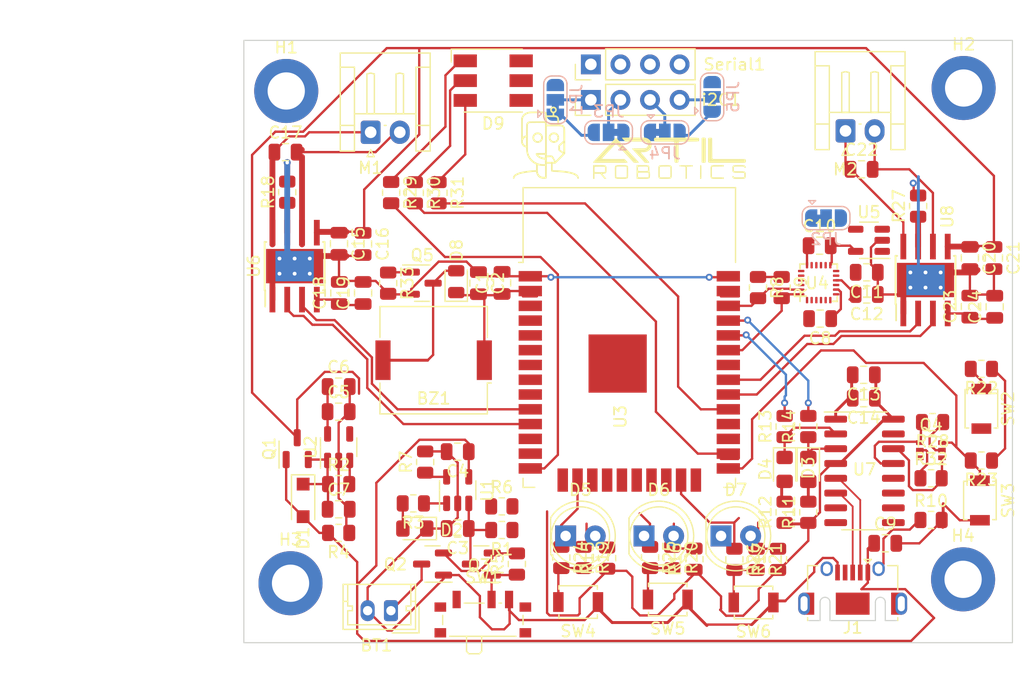
<source format=kicad_pcb>
(kicad_pcb (version 20211014) (generator pcbnew)
  (layers (0 "F.Cu" signal "Top") (31 "B.Cu" signal "Bottom") (34 "B.Paste" user) (35 "F.Paste" user) (36 "B.SilkS" user "B.Silkscreen") (37 "F.SilkS" user "F.Silkscreen") (38 "B.Mask" user) (39 "F.Mask" user) (44 "Edge.Cuts" user))
  (net 0 "")
  (net 1 "+9V")
  (net 2 "GND")
  (net 3 "+3V3")
  (net 4 "Net-(BZ1-Pad2)")
  (net 5 "+BATT")
  (net 6 "VBUS")
  (net 8 "Net-(C12-Pad2)")
  (net 9 "+3V8")
  (net 10 "/A01")
  (net 11 "/A02")
  (net 12 "/B01")
  (net 13 "/B02")
  (net 14 "Net-(D2-Pad2)")
  (net 15 "Net-(D3-Pad1)")
  (net 16 "Net-(D3-Pad2)")
  (net 17 "Net-(D4-Pad1)")
  (net 18 "Net-(D4-Pad2)")
  (net 19 "/IO1")
  (net 20 "Net-(D5-Pad2)")
  (net 21 "/IO2")
  (net 22 "Net-(D6-Pad2)")
  (net 23 "/IO3")
  (net 24 "Net-(D7-Pad2)")
  (net 25 "Net-(D9-Pad1)")
  (net 26 "Net-(D9-Pad2)")
  (net 27 "Net-(D9-Pad3)")
  (net 28 "/D+")
  (net 29 "/D-")
  (net 30 "Net-(JP1-Pad2)")
  (net 31 "Net-(Q2-Pad2)")
  (net 32 "Net-(Q3-Pad1)")
  (net 33 "RTS")
  (net 34 "Net-(Q4-Pad2)")
  (net 35 "Boot")
  (net 36 "DTR")
  (net 37 "Net-(Q4-Pad5)")
  (net 38 "EN")
  (net 39 "/Buzzer")
  (net 40 "/BM")
  (net 41 "Net-(R2-Pad2)")
  (net 42 "Net-(R3-Pad1)")
  (net 43 "Net-(R7-Pad1)")
  (net 44 "/SCL")
  (net 45 "/SDA")
  (net 46 "TXD")
  (net 47 "RXD")
  (net 48 "/Reset")
  (net 49 "/R_led")
  (net 50 "/G_led")
  (net 51 "/B_led")
  (net 74 "Net-(R18-Pad1)")
  (net 75 "Net-(R27-Pad1)")
  (net 76 "/PWM_IN2A")
  (net 77 "/PWM_IN1B")
  (net 78 "/PWM_IN2B")
  (net 79 "/PWM_IN1A")
  (net 87 "TX2")
  (net 88 "RX2")
  (net 92 "+5V")
  (net 93 "Net-(C7-Pad1)")
  (net 94 "Net-(C8-Pad1)")
  (net 95 "Net-(JP3-Pad2)")
  (net 96 "Net-(JP4-Pad2)")
  (net 97 "Net-(JP5-Pad2)")
  (net 98 "Net-(JP2-Pad2)")
  (net 100 "Net-(R21-Pad2)")
  (net 101 "Net-(R20-Pad2)")
  (net 102 "Net-(R19-Pad2)")
  (net 103 "Net-(J1-Pad6)")
  (footprint "Button_Switch_SMD:SW_SPST_B3U-1000P" (layer "F.Cu") (at 101.1455 148.5535 180)
    (fp_text reference "SW4")
    (fp_text value "A")
  )
  (footprint "Sensor_Motion:InvenSense_QFN-24_3x3mm_P0.4mm" (layer "F.Cu") (at 121.793 121.11548 90)
    (fp_text reference "U4")
    (fp_text value "MPU-9250")
  )
  (footprint "LED_SMD:LED_0805_2012Metric_Pad1.15x1.40mm_HandSolder" (layer "F.Cu") (at 87.122 142.24 180)
    (fp_text reference "D2")
    (fp_text value "Done")
  )
  (footprint "Connector_JST:JST_EH_S2B-EH_1x02_P2.50mm_Horizontal" (layer "F.Cu") (at 124.099 108.077)
    (fp_text reference "M2")
    (fp_text value "Right")
  )
  (footprint "Package_SO:SOIC-16_3.9x9.9mm_P1.27mm" (layer "F.Cu") (at 125.73 137.287)
    (fp_text reference "U7")
    (fp_text value "CH340C")
  )
  (footprint "Capacitor_SMD:C_0805_2012Metric" (layer "F.Cu") (at 80.584 132.2015)
    (fp_text reference "C5")
    (fp_text value "1uF")
  )
  (footprint "Resistor_SMD:R_0805_2012Metric" (layer "F.Cu") (at 109.2245 144.7275 -90)
    (fp_text reference "R20")
    (fp_text value "1K")
  )
  (footprint "LED_SMD:LED_0805_2012Metric_Pad1.15x1.40mm_HandSolder" (layer "F.Cu") (at 118.872 137.16 -90)
    (fp_text reference "D4")
    (fp_text value "LED")
  )
  (footprint "Resistor_SMD:R_0805_2012Metric" (layer "F.Cu") (at 80.584 138.4245)
    (fp_text reference "R2")
    (fp_text value "10K")
  )
  (footprint "Capacitor_SMD:C_0805_2012Metric" (layer "F.Cu") (at 80.584 130.0425)
    (fp_text reference "C6")
    (fp_text value "10uF")
  )
  (footprint "Capacitor_SMD:C_0805_2012Metric" (layer "F.Cu") (at 82.677 117.79 -90)
    (fp_text reference "C16")
    (fp_text value "47uF")
  )
  (footprint "Capacitor_SMD:C_0805_2012Metric" (layer "F.Cu") (at 121.87748 117.94048)
    (fp_text reference "C10")
    (fp_text value "0.1uF")
  )
  (footprint "Capacitor_SMD:C_0805_2012Metric" (layer "F.Cu") (at 134.777 118.9915 -90)
    (fp_text reference "C20")
    (fp_text value "0.1uF")
  )
  (footprint "Resistor_SMD:R_0805_2012Metric" (layer "F.Cu") (at 80.584 142.6155 180)
    (fp_text reference "R4")
    (fp_text value "100K")
  )
  (footprint "Capacitor_SMD:C_0805_2012Metric" (layer "F.Cu") (at 80.645 122.0025 90)
    (fp_text reference "C18")
    (fp_text value "0.1uF")
  )
  (footprint "MountingHole:MountingHole_3.2mm_M3_ISO14580_Pad_TopBottom" (layer "F.Cu") (at 134.192944 146.604056)
    (fp_text reference "H4")
    (fp_text value "MountingHole")
  )
  (footprint "Button_Switch_SMD:SW_SPDT_PCM12" (layer "F.Cu") (at 92.964 149.766)
    (fp_text reference "SW1")
    (fp_text value "SW_SPDT")
  )
  (footprint "Resistor_SMD:R_0805_2012Metric" (layer "F.Cu") (at 89.154 113.395 -90)
    (fp_text reference "R31")
    (fp_text value "1K")
  )
  (footprint "Package_TO_SOT_SMD:SOT-23" (layer "F.Cu") (at 77.028 135.3765 90)
    (fp_text reference "Q1")
    (fp_text value "DMG2301L")
  )
  (footprint "Capacitor_SMD:C_0805_2012Metric" (layer "F.Cu") (at 125.91998 120.22648 180)
    (fp_text reference "C11")
    (fp_text value "2.2nF")
  )
  (footprint "Capacitor_SMD:C_0805_2012Metric" (layer "F.Cu") (at 125.665 131.039283 180)
    (fp_text reference "C14")
    (fp_text value "10nF")
  )
  (footprint "Resistor_SMD:R_0805_2012Metric" (layer "F.Cu") (at 87.122 113.395 -90)
    (fp_text reference "R30")
    (fp_text value "1K")
  )
  (footprint "Capacitor_SMD:C_0805_2012Metric" (layer "F.Cu") (at 125.665 129.032 180)
    (fp_text reference "C13")
    (fp_text value "10uF")
  )
  (footprint "Package_SO:Texas_HTSOP-8-1EP_3.9x4.9mm_P1.27mm_EP2.95x4.9mm_Mask2.4x3.1mm_ThermalVias" (layer "F.Cu") (at 76.805 119.695 90)
    (fp_text reference "U6")
    (fp_text value "DRV8870DDA")
  )
  (footprint "Resistor_SMD:R_0805_2012Metric" (layer "F.Cu") (at 85.09 113.379 -90)
    (fp_text reference "R29")
    (fp_text value "1K")
  )
  (footprint "Resistor_SMD:R_0805_2012Metric" (layer "F.Cu") (at 116.586 121.539 -90)
    (fp_text reference "R8")
    (fp_text value "1K")
  )
  (footprint "Resistor_SMD:R_0805_2012Metric" (layer "F.Cu") (at 118.872 133.477 90)
    (fp_text reference "R13")
    (fp_text value "100")
  )
  (footprint "Resistor_SMD:R_0805_2012Metric" (layer "F.Cu") (at 120.904 133.477 90)
    (fp_text reference "R14")
    (fp_text value "100")
  )
  (footprint "MountingHole:MountingHole_3.2mm_M3_ISO14580_Pad_TopBottom" (layer "F.Cu") (at 76.086 104.648)
    (fp_text reference "H1")
    (fp_text value "MountingHole")
  )
  (footprint "Resistor_SMD:R_0805_2012Metric" (layer "F.Cu") (at 116.4635 144.8865 -90)
    (fp_text reference "R21")
    (fp_text value "1.5K")
  )
  (footprint "Resistor_SMD:R_0805_2012Metric" (layer "F.Cu") (at 135.763 128.524 180)
    (fp_text reference "R22")
    (fp_text value "10K")
  )
  (footprint "Capacitor_SMD:C_0805_2012Metric" (layer "F.Cu") (at 125.476 111.379)
    (fp_text reference "C22")
    (fp_text value "3.3nF")
  )
  (footprint "MountingHole:MountingHole_3.2mm_M3_ISO14580_Pad_TopBottom" (layer "F.Cu") (at 76.454 146.939)
    (fp_text reference "H3")
    (fp_text value "MountingHole")
  )
  (footprint "Capacitor_SMD:C_0805_2012Metric" (layer "F.Cu") (at 80.615 117.775 -90)
    (fp_text reference "C15")
    (fp_text value "0.1uF")
  )
  (footprint "Resistor_SMD:R_0805_2012Metric" (layer "F.Cu") (at 135.763 136.398 180)
    (fp_text reference "R23")
    (fp_text value "10K")
  )
  (footprint "Connector_Molex:Molex_Micro-Latch_53253-0270_1x02_P2.00mm_Vertical" (layer "F.Cu") (at 85.074 149.296 180)
    (fp_text reference "BT1")
    (fp_text value "2S")
  )
  (footprint "LED_THT:LED_D5.0mm" (layer "F.Cu") (at 106.802 142.875)
    (fp_text reference "D6")
    (fp_text value "Amarillo")
  )
  (footprint "Resistor_SMD:R_0805_2012Metric" (layer "F.Cu") (at 118.305 144.8865 90)
    (fp_text reference "R17")
    (fp_text value "2.21K")
  )
  (footprint "LED_SMD:LED_0805_2012Metric_Pad1.15x1.40mm_HandSolder" (layer "F.Cu") (at 120.904 137.16 -90)
    (fp_text reference "D3")
    (fp_text value "LED")
  )
  (footprint "Resistor_SMD:R_0805_2012Metric" (layer "F.Cu") (at 131.445 141.502717)
    (fp_text reference "R10")
    (fp_text value "0")
  )
  (footprint "Connector_PinHeader_2.54mm:PinHeader_1x04_P2.54mm_Vertical" (layer "F.Cu") (at 102.235 105.41 90)
    (fp_text reference "i2C1")
    (fp_text value "5V GND SCL SDA")
  )
  (footprint "LED_SMD:LED_RGB_5050-6" (layer "F.Cu") (at 93.853 103.759)
    (fp_text reference "D9")
    (fp_text value "LED_RGBK")
  )
  (footprint "MountingHole:MountingHole_3.2mm_M3_ISO14580_Pad_TopBottom" (layer "F.Cu") (at 134.239 104.394)
    (fp_text reference "H2")
    (fp_text value "MountingHole")
  )
  (footprint "LED_THT:LED_D5.0mm" (layer "F.Cu") (at 100.071 142.875)
    (fp_text reference "D5")
    (fp_text value "Verde")
  )
  (footprint "Connector_JST:JST_EH_S2B-EH_1x02_P2.50mm_Horizontal" (layer "F.Cu") (at 83.332 108.1965)
    (fp_text reference "M1")
    (fp_text value "Left")
  )
  (footprint "Package_TO_SOT_SMD:SOT-23" (layer "F.Cu") (at 87.757 121.158)
    (fp_text reference "Q5")
    (fp_text value "DMG3406L")
  )
  (footprint "Resistor_SMD:R_0805_2012Metric" (layer "F.Cu") (at 99.6995 144.7275 -90)
    (fp_text reference "R24")
    (fp_text value "3K")
  )
  (footprint "Capacitor_SMD:C_0805_2012Metric" (layer "F.Cu") (at 80.584 140.5835)
    (fp_text reference "C7")
    (fp_text value "10uF")
  )
  (footprint "LOGO" (layer "F.Cu") (at 105.537 109.093)
    (fp_text reference "G***" hide)
    (fp_text value "LOGO" hide)
  )
  (footprint "Resistor_SMD:R_0805_2012Metric" (layer "F.Cu") (at 118.618 121.539 -90)
    (fp_text reference "R9")
    (fp_text value "1K")
  )
  (footprint "Capacitor_SMD:C_0805_2012Metric" (layer "F.Cu") (at 121.92 124.206 180)
    (fp_text reference "C8")
    (fp_text value "10uF")
  )
  (footprint "Capacitor_SMD:C_0805_2012Metric" (layer "F.Cu") (at 90.805 142.24 180)
    (fp_text reference "C3")
    (fp_text value "10uF")
  )
  (footprint "Resistor_SMD:R_0805_2012Metric" (layer "F.Cu") (at 84.836 121.158 -90)
    (fp_text reference "R33")
    (fp_text value "100K")
  )
  (footprint "Resistor_SMD:R_0805_2012Metric" (layer "F.Cu") (at 120.904 140.843 90)
    (fp_text reference "R11")
    (fp_text value "1K")
  )
  (footprint "Capacitor_SMD:C_0805_2012Metric" (layer "F.Cu") (at 94.615 121.1365 90)
    (fp_text reference "C1")
    (fp_text value "10uF")
  )
  (footprint "Resistor_SMD:R_0805_2012Metric" (layer "F.Cu") (at 114.5585 144.8865 -90)
    (fp_text reference "R26")
    (fp_text value "3K")
  )
  (footprint "Resistor_SMD:R_0805_2012Metric" (layer "F.Cu") (at 86.995 140.081 180)
    (fp_text reference "R3")
    (fp_text value "1K")
  )
  (footprint "Resistor_SMD:R_0805_2012Metric" (layer "F.Cu") (at 107.3195 144.7275 -90)
    (fp_text reference "R25")
    (fp_text value "3K")
  )
  (footprint "Connector_PinHeader_2.54mm:PinHeader_1x04_P2.54mm_Vertical" (layer "F.Cu") (at 102.235 102.362 90)
    (fp_text reference "Serial1")
    (fp_text value "5V RX TX GND")
  )
  (footprint "Capacitor_SMD:C_0805_2012Metric" (layer "F.Cu") (at 136.906 123.19 90)
    (fp_text reference "C24")
    (fp_text value "10uF")
  )
  (footprint "Resistor_SMD:R_0805_2012Metric" (layer "F.Cu") (at 103.632 144.78 90)
    (fp_text reference "R15")
    (fp_text value "1.5K")
  )
  (footprint "Diode_SMD:D_SOD-123F" (layer "F.Cu") (at 77.536 139.8215 -90)
    (fp_text reference "D1")
    (fp_text value "MBR1020VL")
  )
  (footprint "Resistor_SMD:R_0805_2012Metric" (layer "F.Cu") (at 131.445 137.922)
    (fp_text reference "R32")
    (fp_text value "1K")
  )
  (footprint "Capacitor_SMD:C_0805_2012Metric" (layer "F.Cu") (at 82.682 122.0025 90)
    (fp_text reference "C19")
    (fp_text value "10uF")
  )
  (footprint "Resistor_SMD:R_0805_2012Metric" (layer "F.Cu") (at 111.1295 144.8705 90)
    (fp_text reference "R16")
    (fp_text value "1.5K")
  )
  (footprint "Resistor_SMD:R_0805_2012Metric" (layer "F.Cu") (at 94.5915 142.367 180)
    (fp_text reference "R1")
    (fp_text value "2M")
  )
  (footprint "Resistor_SMD:R_0805_2012Metric" (layer "F.Cu") (at 118.872 140.843 90)
    (fp_text reference "R12")
    (fp_text value "1K")
  )
  (footprint "Capacitor_SMD:C_0805_2012Metric" (layer "F.Cu") (at 127.508 143.51)
    (fp_text reference "C9")
    (fp_text value "10uF")
  )
  (footprint "Capacitor_SMD:C_0805_2012Metric" (layer "F.Cu") (at 76.023 109.901)
    (fp_text reference "C17")
    (fp_text value "3.3nF")
  )
  (footprint "Package_TO_SOT_SMD:SOT-23" (layer "F.Cu") (at 88.646 145.288 180)
    (fp_text reference "Q2")
    (fp_text value "DMG2301L")
  )
  (footprint "RF_Module:ESP32-WROOM-32" (layer "F.Cu") (at 105.537 128.821)
    (fp_text reference "U3")
    (fp_text value "ESP32-WROOM-32")
  )
  (footprint "Resistor_SMD:R_0805_2012Metric" (layer "F.Cu") (at 130.332 114.539 90)
    (fp_text reference "R27")
    (fp_text value "0.2")
  )
  (footprint "Capacitor_SMD:C_0805_2012Metric" (layer "F.Cu") (at 136.839 118.999 -90)
    (fp_text reference "C21")
    (fp_text value "47uF")
  )
  (footprint "Resistor_SMD:R_0805_2012Metric" (layer "F.Cu") (at 101.6045 144.7275 -90)
    (fp_text reference "R19")
    (fp_text value "1K")
  )
  (footprint "Resistor_SMD:R_0805_2012Metric" (layer "F.Cu") (at 95.885 145.288 90)
    (fp_text reference "R5")
    (fp_text value "100K")
  )
  (footprint "Diode_SMD:D_0805_2012Metric" (layer "F.Cu") (at 90.678 121.031 90)
    (fp_text reference "D8")
    (fp_text value "1N4151")
  )
  (footprint "LED_THT:LED_D5.0mm" (layer "F.Cu") (at 113.411 142.875)
    (fp_text reference "D7")
    (fp_text value "Rojo")
  )
  (footprint "Capacitor_SMD:C_0805_2012Metric" (layer "F.Cu") (at 125.91998 122.13148 180)
    (fp_text reference "C12")
    (fp_text value "0.1uF")
  )
  (footprint "Package_TO_SOT_SMD:SOT-23-5" (layer "F.Cu") (at 80.584 135.2495 90)
    (fp_text reference "U2")
    (fp_text value "AP2112K-3.3")
  )
  (footprint "Button_Switch_SMD:SW_SPST_B3U-1000P" (layer "F.Cu") (at 135.636 139.827 90)
    (fp_text reference "SW3")
    (fp_text value "Boot")
  )
  (footprint "Button_Switch_SMD:SW_SPST_B3U-1000P" (layer "F.Cu") (at 108.839 148.336 180)
    (fp_text reference "SW5")
    (fp_text value "B")
  )
  (footprint "Capacitor_SMD:C_0805_2012Metric" (layer "F.Cu") (at 90.805 135.636 180)
    (fp_text reference "C4")
    (fp_text value "10uF")
  )
  (footprint "Package_TO_SOT_SMD:SOT-23-5" (layer "F.Cu") (at 90.805 138.938 90)
    (fp_text reference "U1")
    (fp_text value "MCP73831-3-OT")
  )
  (footprint "Package_TO_SOT_SMD:SOT-23" (layer "F.Cu") (at 92.837 145.288 180)
    (fp_text reference "Q3")
    (fp_text value "DMG2301L")
  )
  (footprint "Button_Switch_SMD:SW_SPST_B3U-1000P" (layer "F.Cu") (at 135.763 131.953 90)
    (fp_text reference "SW2")
    (fp_text value "Reset")
  )
  (footprint "Resistor_SMD:R_0805_2012Metric" (layer "F.Cu") (at 94.5915 140.335)
    (fp_text reference "R6")
    (fp_text value "1M")
  )
  (footprint "Button_Switch_SMD:SW_SPST_B3U-1000P" (layer "F.Cu") (at 116.205 148.59 180)
    (fp_text reference "SW6")
    (fp_text value "C")
  )
  (footprint "Package_SO:Texas_HTSOP-8-1EP_3.9x4.9mm_P1.27mm_EP2.95x4.9mm_Mask2.4x3.1mm_ThermalVias" (layer "F.Cu") (at 130.967 120.889 90)
    (fp_text reference "U8")
    (fp_text value "DRV8870DDA")
  )
  (footprint "Buzzer_Beeper:Buzzer_Murata_PKMCS0909E" (layer "F.Cu") (at 88.741 127.778 180)
    (fp_text reference "BZ1")
    (fp_text value "Buzzer")
  )
  (footprint "Connector_USB:USB_Micro-AB_Molex_47590-0001" (layer "F.Cu") (at 124.714 148.695)
    (fp_text reference "J1")
    (fp_text value "USB_B_Micro")
    (fp_line (start 1.95 -0.125) (end 1.95 1.45) (layer "Edge.Cuts") (width 0.1))
    (fp_line (start 2.8 1.45) (end 3.75 1.45) (layer "Edge.Cuts") (width 0.1))
    (fp_line (start -1.95 1.45) (end 1.95 1.45) (layer "Edge.Cuts") (width 0.1))
    (fp_line (start -2.8 -0.125) (end -2.8 1.45) (layer "Edge.Cuts") (width 0.1))
    (fp_line (start 2.8 -0.125) (end 2.8 1.45) (layer "Edge.Cuts") (width 0.1))
    (fp_line (start -3.75 1.45) (end -2.8 1.45) (layer "Edge.Cuts") (width 0.1))
    (fp_line (start -1.95 -0.125) (end -1.95 1.45) (layer "Edge.Cuts") (width 0.1))
    (fp_arc (start -2.8 -0.125) (mid -2.375 -0.55) (end -1.95 -0.125) (layer "Edge.Cuts") (width 0.1))
    (fp_arc (start 1.95 -0.125) (mid 2.375 -0.55) (end 2.8 -0.125) (layer "Edge.Cuts") (width 0.1))
  )
  (footprint "Resistor_SMD:R_0805_2012Metric" (layer "F.Cu") (at 88.011 136.525 90)
    (fp_text reference "R7")
    (fp_text value "2K")
  )
  (footprint "Resistor_SMD:R_0805_2012Metric" (layer "F.Cu") (at 131.572 133.096 180)
    (fp_text reference "R28")
    (fp_text value "1K")
  )
  (footprint "Resistor_SMD:R_0805_2012Metric" (layer "F.Cu") (at 76.17 113.345 90)
    (fp_text reference "R18")
    (fp_text value "0.2")
  )
  (footprint "Capacitor_SMD:C_0805_2012Metric" (layer "F.Cu") (at 134.777 123.175 90)
    (fp_text reference "C23")
    (fp_text value "0.1uF")
  )
  (footprint "Package_TO_SOT_SMD:SOT-23-5" (layer "F.Cu") (at 126.111 117.475 180)
    (fp_text reference "U5")
    (fp_text value "LP2985-3.3")
  )
  (footprint "Capacitor_SMD:C_0805_2012Metric" (layer "F.Cu") (at 92.583 121.158 -90)
    (fp_text reference "C2")
    (fp_text value "0.1uF")
  )
  (footprint "Package_TO_SOT_SMD:SOT-363_SC-70-6" (layer "F.Cu") (at 131.429 135.509 180)
    (fp_text reference "Q4")
    (fp_text value "MBT3904DW1")
  )
  (footprint "Jumper:SolderJumper-3_P1.3mm_Bridged12_RoundedPad1.0x1.5mm" (layer "B.Cu") (at 112.649 105.156 90)
    (fp_text reference "JP5")
    (fp_text value "I2C Ad")
  )
  (footprint "Jumper:SolderJumper-3_P1.3mm_Bridged12_RoundedPad1.0x1.5mm" (layer "B.Cu") (at 108.585 108.204)
    (fp_text reference "JP4")
    (fp_text value "I2C Ad")
  )
  (footprint "Jumper:SolderJumper-3_P1.3mm_Bridged12_RoundedPad1.0x1.5mm" (layer "B.Cu") (at 103.759 108.204 180)
    (fp_text reference "JP3")
    (fp_text value "I2C Ad")
  )
  (footprint "Jumper:SolderJumper-3_P1.3mm_Bridged12_RoundedPad1.0x1.5mm" (layer "B.Cu") (at 122.428 115.57)
    (fp_text reference "JP2")
    (fp_text value "I2C Ad")
  )
  (footprint "Jumper:SolderJumper-3_P1.3mm_Bridged12_RoundedPad1.0x1.5mm" (layer "B.Cu") (at 99.187 105.41 90)
    (fp_text reference "JP1")
    (fp_text value "I2C Ad")
  )
  (gr_rect (start 72.446 100.302) (end 138.43 152.047) (layer "Edge.Cuts") (width 0.1) (fill none))
  (segment (start 87.7085 145.288) (end 87.7085 146.6615) (width 0.2) (layer "F.Cu") (net 1))
  (segment (start 87.7085 146.6615) (end 85.074 149.296) (width 0.2) (layer "F.Cu") (net 1))
  (segment (start 89.5835 146.238) (end 89.5835 146.563638) (width 0.2) (layer "F.Cu") (net 2))
  (segment (start 123.255 132.842) (end 123.255 132.1825) (width 0.25) (layer "F.Cu") (net 2))
  (segment (start 110.5925 148.9675) (end 112.1945 150.5695) (width 0.25) (layer "F.Cu") (net 2))
  (segment (start 102.8455 148.5535) (end 102.8455 149.0945) (width 0.25) (layer "F.Cu") (net 2))
  (segment (start 96.057515 150.102522) (end 95.214 149.259007) (width 0.2) (layer "F.Cu") (net 2))
  (segment (start 95.263521 150.427174) (end 95.263521 148.385521) (width 0.2) (layer "F.Cu") (net 2))
  (segment (start 81.2425 142.3615) (end 81.4965 142.6155) (width 0.2) (layer "F.Cu") (net 2))
  (segment (start 116.0535 150.4905) (end 118.0855 148.4585) (width 0.25) (layer "F.Cu") (net 2))
  (segment (start 129.062 123.764) (end 129.062 122.144) (width 0.5) (layer "F.Cu") (net 2))
  (segment (start 81.534 140.5835) (end 81.2425 140.875) (width 0.2) (layer "F.Cu") (net 2))
  (segment (start 88.011 135.6125) (end 89.8315 135.6125) (width 0.2) (layer "F.Cu") (net 2))
  (segment (start 88.147 142.24) (end 83.074 147.313) (width 0.2) (layer "F.Cu") (net 2))
  (segment (start 93.745521 150.895521) (end 94.795174 150.895521) (width 0.2) (layer "F.Cu") (net 2))
  (segment (start 81.25 118.8275) (end 78.3225 118.8275) (width 0.5) (layer "F.Cu") (net 2))
  (segment (start 132.4825 140.105717) (end 132.4825 142.100217) (width 0.25) (layer "F.Cu") (net 2))
  (segment (start 83.754 120.965) (end 84.836 122.047) (width 0.2) (layer "F.Cu") (net 2))
  (segment (start 92.815506 120.566) (end 97.037 120.566) (width 0.2) (layer "F.Cu") (net 2))
  (segment (start 101.696478 150.102522) (end 96.057515 150.102522) (width 0.2) (layer "F.Cu") (net 2))
  (segment (start 123.414 145.145) (end 123.414 146.02) (width 0.2) (layer "F.Cu") (net 2))
  (segment (start 136.839 120.0365) (end 136.839 122.0855) (width 0.2) (layer "F.Cu") (net 2))
  (segment (start 126.28648 119.55548) (end 126.95748 120.22648) (width 0.2) (layer "F.Cu") (net 2))
  (segment (start 74.9 120.95) (end 74.9 122.57) (width 0.5) (layer "F.Cu") (net 2))
  (segment (start 95.263521 148.385521) (end 95.214 148.336) (width 0.2) (layer "F.Cu") (net 2))
  (segment (start 132.4825 142.100217) (end 132.445 142.137717) (width 0.25) (layer "F.Cu") (net 2))
  (segment (start 121.412 145.972) (end 121.412 145.505953) (width 0.2) (layer "F.Cu") (net 2))
  (segment (start 78.3225 118.8275) (end 78.105 119.045) (width 0.5) (layer "F.Cu") (net 2))
  (segment (start 81.2425 140.875) (end 81.2425 142.3615) (width 0.2) (layer "F.Cu") (net 2))
  (segment (start 88.147 142.24) (end 89.855 142.24) (width 0.2) (layer "F.Cu") (net 2))
  (segment (start 80.584 139.6335) (end 81.534 140.5835) (width 0.2) (layer "F.Cu") (net 2))
  (segment (start 84.881 122.124) (end 84.677 121.92) (width 0.2) (layer "F.Cu") (net 2))
  (segment (start 112.2735 150.4905) (end 112.1945 150.5695) (width 0.2) (layer "F.Cu") (net 2))
  (segment (start 129.951 112.603684) (end 129.912658 112.565342) (width 0.2) (layer "F.Cu") (net 2))
  (segment (start 92.71 148.036711) (end 92.71 149.86) (width 0.2) (layer "F.Cu") (net 2))
  (segment (start 82.682 120.965) (end 80.65 120.965) (width 0.2) (layer "F.Cu") (net 2))
  (segment (start 102.8455 148.5535) (end 102.8455 148.9535) (width 0.2) (layer "F.Cu") (net 2))
  (segment (start 80.584 133.1515) (end 80.584 136.387) (width 0.2) (layer "F.Cu") (net 2))
  (segment (start 97.037 120.566) (end 98.722 120.566) (width 0.2) (layer "F.Cu") (net 2))
  (segment (start 133.903783 141.527) (end 135.636 141.527) (width 0.2) (layer "F.Cu") (net 2))
  (segment (start 92.71 149.86) (end 93.745521 150.895521) (width 0.2) (layer "F.Cu") (net 2))
  (segment (start 90.911289 146.238) (end 92.71 148.036711) (width 0.2) (layer "F.Cu") (net 2))
  (segment (start 136.839 122.0855) (end 136.906 122.1525) (width 0.2) (layer "F.Cu") (net 2))
  (segment (start 120.793 117.98746) (end 120.793 119.61548) (width 0.2) (layer "F.Cu") (net 2))
  (segment (start 123.03948 144.77048) (end 123.414 145.145) (width 0.2) (layer "F.Cu") (net 2))
  (segment (start 132.267 120.239) (end 135.222 120.239) (width 0.5) (layer "F.Cu") (net 2))
  (segment (start 124.6275 130.81) (end 124.6275 128.778) (width 0.25) (layer "F.Cu") (net 2))
  (segment (start 110.5925 148.5535) (end 110.5925 148.9675) (width 0.25) (layer "F.Cu") (net 2))
  (segment (start 122.147473 144.77048) (end 123.03948 144.77048) (width 0.2) (layer "F.Cu") (net 2))
  (segment (start 136.891 122.1375) (end 136.906 122.1525) (width 0.2) (layer "F.Cu") (net 2))
  (segment (start 132.267 121.539) (end 132.712477 121.539) (width 0.2) (layer "F.Cu") (net 2))
  (segment (start 113.953 120.65) (end 114.037 120.566) (width 0.2) (layer "F.Cu") (net 2))
  (segment (start 86.8195 122.108) (end 86.8195 121.659783) (width 0.2) (layer "F.Cu") (net 2))
  (segment (start 89.5835 146.563638) (end 85.144138 151.003) (width 0.2) (layer "F.Cu") (net 2))
  (segment (start 90.805 140.0755) (end 90.805 141.29) (width 0.2) (layer "F.Cu") (net 2))
  (segment (start 128.5455 143.51) (end 130.437717 143.51) (width 0.2) (layer "F.Cu") (net 2))
  (segment (start 121.412 145.505953) (end 122.147473 144.77048) (width 0.2) (layer "F.Cu") (net 2))
  (segment (start 86.7875 122.124) (end 84.881 122.124) (width 0.2) (layer "F.Cu") (net 2))
  (segment (start 84.781 151.003) (end 83.074 149.296) (width 0.2) (layer "F.Cu") (net 2))
  (segment (start 80.615 118.8125) (end 82.759 118.8125) (width 0.2) (layer "F.Cu") (net 2))
  (segment (start 116.0535 150.4905) (end 112.2735 150.4905) (width 0.2) (layer "F.Cu") (net 2))
  (segment (start 120.83998 117.94048) (end 120.793 117.98746) (width 0.2) (layer "F.Cu") (net 2))
  (segment (start 108.8305 150.3155) (end 110.5925 148.5535) (width 0.25) (layer "F.Cu") (net 2))
  (segment (start 94.795174 150.895521) (end 95.263521 150.427174) (width 0.2) (layer "F.Cu") (net 2))
  (segment (start 80.615 118.8125) (end 80.615 120.93) (width 0.2) (layer "F.Cu") (net 2))
  (segment (start 126.900283 117.475) (end 126.28648 118.088803) (width 0.2) (layer "F.Cu") (net 2))
  (segment (start 81.2525 118.825) (end 81.25 118.8275) (width 0.25) (layer "F.Cu") (net 2))
  (segment (start 89.855 135.636) (end 90.805 136.586) (width 0.2) (layer "F.Cu") (net 2))
  (segment (start 81.534 130.0425) (end 81.534 132.2015) (width 0.2) (layer "F.Cu") (net 2))
  (segment (start 132.4825 140.105717) (end 133.903783 141.527) (width 0.2) (layer "F.Cu") (net 2))
  (segment (start 82.682 120.965) (end 83.754 120.965) (width 0.2) (layer "F.Cu") (net 2))
  (segment (start 81.534 132.2015) (end 80.584 133.1515) (width 0.2) (layer "F.Cu") (net 2))
  (segment (start 89.5835 146.238) (end 90.911289 146.238) (width 0.2) (layer "F.Cu") (net 2))
  (segment (start 83.074 147.313) (end 83.074 149.296) (width 0.2) (layer "F.Cu") (net 2))
  (segment (start 127.2485 117.475) (end 126.900283 117.475) (width 0.2) (layer "F.Cu") (net 2))
  (segment (start 80.584 136.387) (end 80.584 139.6335) (width 0.2) (layer "F.Cu") (net 2))
  (segment (start 129.07452 122.13148) (end 129.667 121.539) (width 0.2) (layer "F.Cu") (net 2))
  (segment (start 120.62348 117.97798) (end 120.58598 117.94048) (width 0.2) (layer "F.Cu") (net 2))
  (segment (start 95.214 149.259007) (end 95.214 148.336) (width 0.2) (layer "F.Cu") (net 2))
  (segment (start 89.172803 119.30648) (end 91.555986 119.30648) (width 0.2) (layer "F.Cu") (net 2))
  (segment (start 112.395 120.65) (end 113.953 120.65) (width 0.2) (layer "F.Cu") (net 2))
  (segment (start 102.8455 148.9535) (end 101.696478 150.102522) (width 0.2) (layer "F.Cu") (net 2))
  (segment (start 98.722 120.566) (end 98.806 120.65) (width 0.2) (layer "F.Cu") (net 2))
  (segment (start 90.805 136.586) (end 90.805 140.0755) (width 0.2) (layer "F.Cu") (net 2))
  (segment (start 91.555986 119.30648) (end 92.815506 120.566) (width 0.2) (layer "F.Cu") (net 2))
  (segment (start 126.86998 122.13148) (end 129.07452 122.13148) (width 0.2) (layer "F.Cu") (net 2))
  (segment (start 90.805 141.29) (end 89.855 142.24) (width 0.2) (layer "F.Cu") (net 2))
  (segment (start 130.437717 143.51) (end 132.445 141.502717) (width 0.2) (layer "F.Cu") (net 2))
  (segment (start 135.222 120.239) (end 135.432 120.029) (width 0.5) (layer "F.Cu") (net 2))
  (segment (start 129.951 113.539) (end 129.951 112.603684) (width 0.2) (layer "F.Cu") (net 2))
  (segment (start 126.28648 118.088803) (end 126.28648 119.55548) (width 0.2) (layer "F.Cu") (net 2))
  (segment (start 86.8195 121.659783) (end 89.172803 119.30648) (width 0.2) (layer "F.Cu") (net 2))
  (segment (start 126.86998 120.22648) (end 126.86998 122.13148) (width 0.2) (layer "F.Cu") (net 2))
  (segment (start 134.777 120.029) (end 134.777 122.1375) (width 0.2) (layer "F.Cu") (net 2))
  (segment (start 76.17 112.345) (end 76.17 110.805) (width 0.5) (layer "F.Cu") (net 2))
  (segment (start 118.9255 148.4585) (end 118.0855 148.4585) (width 0.25) (layer "F.Cu") (net 2))
  (segment (start 89.8315 135.6125) (end 89.855 135.636) (width 0.2) (layer "F.Cu") (net 2))
  (segment (start 102.8455 149.0945) (end 104.0665 150.3155) (width 0.25) (layer "F.Cu") (net 2))
  (segment (start 118.9255 148.4585) (end 121.412 145.972) (width 0.2) (layer "F.Cu") (net 2))
  (segment (start 134.777 122.1375) (end 136.891 122.1375) (width 0.2) (layer "F.Cu") (net 2))
  (segment (start 104.0665 150.3155) (end 108.8305 150.3155) (width 0.25) (layer "F.Cu") (net 2))
  (segment (start 85.144138 151.003) (end 84.781 151.003) (width 0.2) (layer "F.Cu") (net 2))
  (segment (start 75.505 120.345) (end 74.9 120.95) (width 0.5) (layer "F.Cu") (net 2))
  (segment (start 80.615 120.93) (end 80.65 120.965) (width 0.2) (layer "F.Cu") (net 2))
  (segment (start 123.255 132.1825) (end 124.6275 130.81) (width 0.25) (layer "F.Cu") (net 2))
  (segment (start 129.062 122.144) (end 129.667 121.539) (width 0.5) (layer "F.Cu") (net 2))
  (via (at 98.806 120.65) (size 0.6) (drill 0.3) (layers "F.Cu" "B.Cu") (net 2))
  (via (at 129.912658 112.565342) (size 0.6) (drill 0.3) (layers "F.Cu" "B.Cu") (net 2))
  (via (at 76.17 110.805) (size 0.6) (drill 0.3) (layers "F.Cu" "B.Cu") (net 2))
  (via (at 112.395 120.65) (size 0.6) (drill 0.3) (layers "F.Cu" "B.Cu") (net 2))
  (segment (start 130.967 120.239) (end 130.352 119.624) (width 0.25) (layer "B.Cu") (net 2))
  (segment (start 76.17 118.41) (end 76.805 119.045) (width 0.5) (layer "B.Cu") (net 2))
  (segment (start 130.352 119.624) (end 130.352 112.0065) (width 0.25) (layer "B.Cu") (net 2))
  (segment (start 98.806 120.65) (end 112.395 120.65) (width 0.2) (layer "B.Cu") (net 2))
  (segment (start 76.17 110.805) (end 76.17 118.41) (width 0.5) (layer "B.Cu") (net 2))
  (segment (start 96.402 122.294) (end 97.602 122.294) (width 0.2) (layer "F.Cu") (net 3))
  (segment (start 136.763 128.524) (end 137.795 129.556) (width 0.2) (layer "F.Cu") (net 3))
  (segment (start 105.2875 145.8705) (end 105.7955 146.3785) (width 0.2) (layer "F.Cu") (net 3))
  (segment (start 122.914283 136.652) (end 121.90352 137.662763) (width 0.2) (layer "F.Cu") (net 3))
  (segment (start 118.305 145.8865) (end 120.904 143.2875) (width 0.2) (layer "F.Cu") (net 3))
  (segment (start 136.6755 128.524) (end 136.763 128.524) (width 0.2) (layer "F.Cu") (net 3))
  (segment (start 90.905 122.1955) (end 90.678 121.9685) (width 0.2) (layer "F.Cu") (net 3))
  (segment (start 122.91498 117.94048) (end 124.48898 117.94048) (width 0.2) (layer "F.Cu") (net 3))
  (segment (start 98.4785 149.485522) (end 98.695989 149.703011) (width 0.2) (layer "F.Cu") (net 3))
  (segment (start 116.6395 148.403522) (end 116.6395 147.4425) (width 0.2) (layer "F.Cu") (net 3))
  (segment (start 113.411 149.147) (end 113.3375 149.2205) (width 0.2) (layer "F.Cu") (net 3))
  (segment (start 124.48898 117.94048) (end 124.9735 118.425) (width 0.2) (layer "F.Cu") (net 3))
  (segment (start 79.634 130.0425) (end 79.634 132.2015) (width 0.2) (layer "F.Cu") (net 3))
  (segment (start 113.3375 149.2205) (end 113.8455 149.7285) (width 0.2) (layer "F.Cu") (net 3))
  (segment (start 120.904 141.843) (end 118.618 141.843) (width 0.25) (layer "F.Cu") (net 3))
  (segment (start 113.8455 149.7285) (end 115.314522 149.7285) (width 0.2) (layer "F.Cu") (net 3))
  (segment (start 93.091 128.032) (end 93.091 122.220362) (width 0.2) (layer "F.Cu") (net 3))
  (segment (start 120.904 143.2875) (end 120.904 141.843) (width 0.2) (layer "F.Cu") (net 3))
  (segment (start 128.205 132.842) (end 127.441072 132.842) (width 0.25) (layer "F.Cu") (net 3))
  (segment (start 107.980989 149.703011) (end 109.4005 148.2835) (width 0.2) (layer "F.Cu") (net 3))
  (segment (start 92.583 122.1955) (end 90.905 122.1955) (width 0.2) (layer "F.Cu") (net 3))
  (segment (start 105.7955 149.055522) (end 106.442989 149.703011) (width 0.2) (layer "F.Cu") (net 3))
  (segment (start 113.411 148.0645) (end 113.411 149.147) (width 0.2) (layer "F.Cu") (net 3))
  (segment (start 94.5935 122.1955) (end 92.583 122.1955) (width 0.2) (layer "F.Cu") (net 3))
  (segment (start 94.953 121.836) (end 94.615 122.174) (width 0.2) (layer "F.Cu") (net 3))
  (segment (start 109.4005 147.846478) (end 111.4325 145.814478) (width 0.2) (layer "F.Cu") (net 3))
  (segment (start 111.1295 145.783) (end 113.411 148.0645) (width 0.2) (layer "F.Cu") (net 3))
  (segment (start 101.2725 149.5535) (end 101.2725 148.227478) (width 0.2) (layer "F.Cu") (net 3))
  (segment (start 106.442989 149.703011) (end 107.980989 149.703011) (width 0.2) (layer "F.Cu") (net 3))
  (segment (start 121.90352 140.84348) (end 120.904 141.843) (width 0.2) (layer "F.Cu") (net 3))
  (segment (start 101.122989 149.703011) (end 101.2725 149.5535) (width 0.2) (layer "F.Cu") (net 3))
  (segment (start 109.4005 148.2835) (end 109.4005 147.846478) (width 0.2) (layer "F.Cu") (net 3))
  (segment (start 123.631072 136.652) (end 123.255 136.652) (width 0.25) (layer "F.Cu") (net 3))
  (segment (start 101.2725 148.227478) (end 103.9395 145.560478) (width 0.2) (layer "F.Cu") (net 3))
  (segment (start 98.695989 149.703011) (end 101.122989 149.703011) (width 0.2) (layer "F.Cu") (net 3))
  (segment (start 126.7025 130.81) (end 126.7025 131.3395) (width 0.25) (layer "F.Cu") (net 3))
  (segment (start 103.6365 145.8705) (end 105.2875 145.8705) (width 0.2) (layer "F.Cu") (net 3))
  (segment (start 136.763 136.398) (end 137.795 135.366) (width 0.2) (layer "F.Cu") (net 3))
  (segment (start 121.90352 137.662763) (end 121.90352 140.84348) (width 0.2) (layer "F.Cu") (net 3))
  (segment (start 98.4785 140.769362) (end 98.4785 149.485522) (width 0.2) (layer "F.Cu") (net 3))
  (segment (start 115.314522 149.7285) (end 116.6395 148.403522) (width 0.2) (layer "F.Cu") (net 3))
  (segment (start 105.7955 146.3785) (end 105.7955 149.055522) (width 0.2) (layer "F.Cu") (net 3))
  (segment (start 94.615 122.174) (end 94.5935 122.1955) (width 0.2) (layer "F.Cu") (net 3))
  (segment (start 126.7025 128.778) (end 126.7025 130.81) (width 0.25) (layer "F.Cu") (net 3))
  (segment (start 97.037 121.836) (end 94.953 121.836) (width 0.2) (layer "F.Cu") (net 3))
  (segment (start 79.634 132.2015) (end 79.634 134.112) (width 0.2) (layer "F.Cu") (net 3))
  (segment (start 123.255 136.652) (end 122.914283 136.652) (width 0.2) (layer "F.Cu") (net 3))
  (segment (start 122.62348 117.97798) (end 122.66098 117.94048) (width 0.2) (layer "F.Cu") (net 3))
  (segment (start 116.6395 147.4425) (end 118.608 145.474) (width 0.2) (layer "F.Cu") (net 3))
  (segment (start 126.7025 131.3395) (end 128.205 132.842) (width 0.25) (layer "F.Cu") (net 3))
  (segment (start 127.441072 132.842) (end 123.631072 136.652) (width 0.25) (layer "F.Cu") (net 3))
  (segment (start 122.91498 117.94048) (end 122.91498 119.4935) (width 0.2) (layer "F.Cu") (net 3))
  (segment (start 122.91498 119.4935) (end 122.793 119.61548) (width 0.2) (layer "F.Cu") (net 3))
  (segment (start 137.795 135.366) (end 137.795 129.556) (width 0.2) (layer "F.Cu") (net 3))
  (segment (start 116.586 120.6265) (end 118.618 120.6265) (width 0.2) (layer "F.Cu") (net 3))
  (segment (start 101.443 108.458) (end 102.459 108.458) (width 0.25) (layer "B.Cu") (net 3))
  (segment (start 99.695 106.71) (end 101.443 108.458) (width 0.25) (layer "B.Cu") (net 3))
  (segment (start 90.678 120.0935) (end 89.759 120.0935) (width 0.2) (layer "F.Cu") (net 4))
  (segment (start 84.391 127.778) (end 88.233 127.778) (width 0.25) (layer "F.Cu") (net 4))
  (segment (start 88.6945 127.3165) (end 88.233 127.778) (width 0.2) (layer "F.Cu") (net 4))
  (segment (start 88.6945 121.158) (end 88.6945 127.3165) (width 0.2) (layer "F.Cu") (net 4))
  (segment (start 89.759 120.0935) (end 88.6945 121.158) (width 0.2) (layer "F.Cu") (net 4))
  (segment (start 136.839 111.943057) (end 136.839 117.9615) (width 0.2) (layer "F.Cu") (net 5))
  (segment (start 93.679 142.367) (end 91.882 142.367) (width 0.2) (layer "F.Cu") (net 5))
  (segment (start 125.860943 100.965) (end 136.839 111.943057) (width 0.2) (layer "F.Cu") (net 5))
  (segment (start 91.8995 142.3845) (end 91.755 142.24) (width 0.2) (layer "F.Cu") (net 5))
  (segment (start 91.882 142.367) (end 91.755 142.24) (width 0.2) (layer "F.Cu") (net 5))
  (segment (start 91.755 140.0755) (end 91.755 142.24) (width 0.2) (layer "F.Cu") (net 5))
  (segment (start 73.152 110.144862) (end 75.149351 108.147511) (width 0.2) (layer "F.Cu") (net 5))
  (segment (start 82.774 113.117862) (end 87.503 108.388862) (width 0.2) (layer "F.Cu") (net 5))
  (segment (start 75.149351 108.147511) (end 77.535546 108.147511) (width 0.2) (layer "F.Cu") (net 5))
  (segment (start 77.028 131.146362) (end 77.028 134.439) (width 0.2) (layer "F.Cu") (net 5))
  (segment (start 136.839 117.9615) (end 134.7845 117.9615) (width 0.2) (layer "F.Cu") (net 5))
  (segment (start 77.535546 108.147511) (end 84.718057 100.965) (width 0.2) (layer "F.Cu") (net 5))
  (segment (start 91.755 140.0755) (end 91.755 139.727283) (width 0.2) (layer "F.Cu") (net 5))
  (segment (start 73.152 110.144862) (end 73.152 130.563) (width 0.2) (layer "F.Cu") (net 5))
  (segment (start 132.872 118.014) (end 135.372 118.014) (width 0.5) (layer "F.Cu") (net 5))
  (segment (start 91.8995 145.288) (end 91.8995 142.3845) (width 0.2) (layer "F.Cu") (net 5))
  (segment (start 80.615 116.7375) (end 82.759 116.7375) (width 0.2) (layer "F.Cu") (net 5))
  (segment (start 87.503 108.388862) (end 87.503 100.965) (width 0.2) (layer "F.Cu") (net 5))
  (segment (start 82.33352 130.65402) (end 82.33352 129.339882) (width 0.2) (layer "F.Cu") (net 5))
  (segment (start 134.7845 117.9615) (end 134.777 117.954) (width 0.2) (layer "F.Cu") (net 5))
  (segment (start 82.33352 129.339882) (end 81.771638 128.778) (width 0.2) (layer "F.Cu") (net 5))
  (segment (start 82.774 116.7525) (end 82.774 113.117862) (width 0.2) (layer "F.Cu") (net 5))
  (segment (start 81.25 116.7525) (end 78.7775 116.7525) (width 0.5) (layer "F.Cu") (net 5))
  (segment (start 79.396362 128.778) (end 77.028 131.146362) (width 0.2) (layer "F.Cu") (net 5))
  (segment (start 81.771638 128.778) (end 79.396362 128.778) (width 0.2) (layer "F.Cu") (net 5))
  (segment (start 73.152 130.563) (end 77.028 134.439) (width 0.2) (layer "F.Cu") (net 5))
  (segment (start 87.503 100.965) (end 125.860943 100.965) (width 0.2) (layer "F.Cu") (net 5))
  (segment (start 84.718057 100.965) (end 87.503 100.965) (width 0.2) (layer "F.Cu") (net 5))
  (segment (start 78.7775 116.7525) (end 78.71 116.82) (width 0.5) (layer "F.Cu") (net 5))
  (segment (start 129.727797 151.895511) (end 131.699 149.924308) (width 0.2) (layer "F.Cu") (net 6))
  (segment (start 87.522382 134.61148) (end 83.82 138.313862) (width 0.2) (layer "F.Cu") (net 6))
  (segment (start 83.82 138.313862) (end 83.82 145.415) (width 0.2) (layer "F.Cu") (net 6))
  (segment (start 82.17448 147.06052) (end 82.17448 151.269502) (width 0.2) (layer "F.Cu") (net 6))
  (segment (start 91.43148 134.61148) (end 87.522382 134.61148) (width 0.2) (layer "F.Cu") (net 6))
  (segment (start 76.078 136.314) (end 76.078 139.7635) (width 0.2) (layer "F.Cu") (net 6))
  (segment (start 82.800489 151.895511) (end 129.727797 151.895511) (width 0.2) (layer "F.Cu") (net 6))
  (segment (start 77.536 141.2215) (end 78.93 142.6155) (width 0.2) (layer "F.Cu") (net 6))
  (segment (start 125.463511 147.445489) (end 126.014 146.895) (width 0.2) (layer "F.Cu") (net 6))
  (segment (start 82.17448 145.11848) (end 82.17448 147.06052) (width 0.2) (layer "F.Cu") (net 6))
  (segment (start 126.014 143.9665) (end 126.4705 143.51) (width 0.2) (layer "F.Cu") (net 6))
  (segment (start 126.014 146.895) (end 126.014 146.02) (width 0.2) (layer "F.Cu") (net 6))
  (segment (start 76.078 139.7635) (end 77.536 141.2215) (width 0.2) (layer "F.Cu") (net 6))
  (segment (start 91.755 135.636) (end 91.755 137.8005) (width 0.2) (layer "F.Cu") (net 6))
  (segment (start 82.17448 151.269502) (end 82.800489 151.895511) (width 0.2) (layer "F.Cu") (net 6))
  (segment (start 91.755 134.935) (end 91.43148 134.61148) (width 0.2) (layer "F.Cu") (net 6))
  (segment (start 126.014 146.02) (end 126.014 143.9665) (width 0.2) (layer "F.Cu") (net 6))
  (segment (start 79.6715 142.6155) (end 82.17448 145.11848) (width 0.2) (layer "F.Cu") (net 6))
  (segment (start 83.82 145.415) (end 82.17448 147.06052) (width 0.2) (layer "F.Cu") (net 6))
  (segment (start 91.755 135.636) (end 91.755 134.935) (width 0.2) (layer "F.Cu") (net 6))
  (segment (start 78.93 142.6155) (end 79.6715 142.6155) (width 0.2) (layer "F.Cu") (net 6))
  (segment (start 129.220181 147.445489) (end 125.463511 147.445489) (width 0.2) (layer "F.Cu") (net 6))
  (segment (start 131.699 149.924308) (end 129.220181 147.445489) (width 0.2) (layer "F.Cu") (net 6))
  (segment (start 123.293 120.91548) (end 123.75398 120.91548) (width 0.2) (layer "F.Cu") (net 8))
  (segment (start 123.75398 120.91548) (end 124.96998 122.13148) (width 0.2) (layer "F.Cu") (net 8))
  (segment (start 124.44748 122.56648) (end 124.88248 122.13148) (width 0.2) (layer "F.Cu") (net 8))
  (segment (start 82.682 123.04) (end 80.65 123.04) (width 0.2) (layer "F.Cu") (net 9))
  (segment (start 78.71 122.57) (end 80.18 122.57) (width 0.2) (layer "F.Cu") (net 9))
  (segment (start 80.18 122.57) (end 80.65 123.04) (width 0.2) (layer "F.Cu") (net 9))
  (segment (start 134.792 124.2275) (end 134.777 124.2125) (width 0.2) (layer "F.Cu") (net 9))
  (segment (start 134.3285 123.764) (end 134.777 124.2125) (width 0.2) (layer "F.Cu") (net 9))
  (segment (start 136.906 124.2275) (end 134.792 124.2275) (width 0.2) (layer "F.Cu") (net 9))
  (segment (start 132.872 123.764) (end 134.3285 123.764) (width 0.2) (layer "F.Cu") (net 9))
  (segment (start 77.0605 109.901) (end 83.754638 109.901) (width 0.2) (layer "F.Cu") (net 10))
  (segment (start 85.459138 108.1965) (end 85.832 108.1965) (width 0.2) (layer "F.Cu") (net 10))
  (segment (start 77.44 117.8285) (end 77.44 110.311) (width 0.5) (layer "F.Cu") (net 10))
  (segment (start 77.42 109.696) (end 77.2075 109.9085) (width 0.5) (layer "F.Cu") (net 10))
  (segment (start 83.754638 109.901) (end 85.459138 108.1965) (width 0.2) (layer "F.Cu") (net 10))
  (segment (start 83.332 108.1965) (end 78.051551 108.1965) (width 0.2) (layer "F.Cu") (net 11))
  (segment (start 74.92 109.696) (end 75.1325 109.9085) (width 0.5) (layer "F.Cu") (net 11))
  (segment (start 78.051551 108.1965) (end 77.701028 108.547022) (width 0.2) (layer "F.Cu") (net 11))
  (segment (start 74.9 117.8285) (end 74.9 110.141) (width 0.5) (layer "F.Cu") (net 11))
  (segment (start 74.9 110.141) (end 75.1325 109.9085) (width 0.5) (layer "F.Cu") (net 11))
  (segment (start 77.701028 108.547022) (end 76.339478 108.547022) (width 0.2) (layer "F.Cu") (net 11))
  (segment (start 76.339478 108.547022) (end 74.9855 109.901) (width 0.2) (layer "F.Cu") (net 11))
  (segment (start 126.426 111.379) (end 129.574138 111.379) (width 0.2) (layer "F.Cu") (net 12))
  (segment (start 129.574138 111.379) (end 131.602 113.406862) (width 0.2) (layer "F.Cu") (net 12))
  (segment (start 131.602 113.406862) (end 131.602 118.014) (width 0.2) (layer "F.Cu") (net 12))
  (segment (start 126.599 111.206) (end 126.426 111.379) (width 0.2) (layer "F.Cu") (net 12))
  (segment (start 126.599 108.077) (end 126.599 111.206) (width 0.2) (layer "F.Cu") (net 12))
  (segment (start 124.099 108.077) (end 124.099 110.952) (width 0.2) (layer "F.Cu") (net 13))
  (segment (start 124.099 110.952) (end 124.526 111.379) (width 0.2) (layer "F.Cu") (net 13))
  (segment (start 129.062 118.014) (end 129.062 115.915) (width 0.2) (layer "F.Cu") (net 13))
  (segment (start 129.062 115.915) (end 124.526 111.379) (width 0.2) (layer "F.Cu") (net 13))
  (segment (start 86.097 140.0955) (end 86.0825 140.081) (width 0.2) (layer "F.Cu") (net 14))
  (segment (start 86.097 142.24) (end 86.097 140.0955) (width 0.2) (layer "F.Cu") (net 14))
  (segment (start 123.255 135.382) (end 121.276 135.382) (width 0.2) (layer "F.Cu") (net 15))
  (segment (start 120.904 134.3895) (end 120.904 136.135) (width 0.2) (layer "F.Cu") (net 15))
  (segment (start 121.276 135.382) (end 120.904 135.754) (width 0.2) (layer "F.Cu") (net 15))
  (segment (start 121.022 135.636) (end 120.904 135.754) (width 0.25) (layer "F.Cu") (net 15))
  (segment (start 120.904 139.843) (end 120.904 137.804) (width 0.25) (layer "F.Cu") (net 16))
  (segment (start 119.68402 133.57748) (end 118.872 134.3895) (width 0.2) (layer "F.Cu") (net 17))
  (segment (start 122.914283 134.112) (end 123.255 134.112) (width 0.2) (layer "F.Cu") (net 17))
  (segment (start 123.255 134.112) (end 122.72048 133.57748) (width 0.2) (layer "F.Cu") (net 17))
  (segment (start 122.72048 133.57748) (end 119.68402 133.57748) (width 0.2) (layer "F.Cu") (net 17))
  (segment (start 118.872 134.3895) (end 118.872 136.135) (width 0.2) (layer "F.Cu") (net 17))
  (segment (start 118.618 139.843) (end 118.618 137.813) (width 0.25) (layer "F.Cu") (net 18))
  (segment (start 99.6995 143.815) (end 99.6995 141.9405) (width 0.2) (layer "F.Cu") (net 19))
  (segment (start 101.092 138.076) (end 101.092 140.548) (width 0.2) (layer "F.Cu") (net 19))
  (segment (start 101.092 140.548) (end 99.8175 141.8225) (width 0.2) (layer "F.Cu") (net 19))
  (segment (start 99.6995 141.9405) (end 99.8175 141.8225) (width 0.2) (layer "F.Cu") (net 19))
  (segment (start 101.8675 141.8225) (end 101.8675 143.552) (width 0.2) (layer "F.Cu") (net 20))
  (segment (start 101.8675 143.552) (end 101.6045 143.815) (width 0.2) (layer "F.Cu") (net 20))
  (segment (start 107.3105 141.8225) (end 107.3105 143.806) (width 0.2) (layer "F.Cu") (net 21))
  (segment (start 106.4305 140.9425) (end 107.3105 141.8225) (width 0.2) (layer "F.Cu") (net 21))
  (segment (start 107.3105 143.806) (end 107.3195 143.815) (width 0.2) (layer "F.Cu") (net 21))
  (segment (start 109.3605 143.679) (end 109.2245 143.815) (width 0.2) (layer "F.Cu") (net 22))
  (segment (start 109.3675 143.958) (end 109.2245 143.815) (width 0.2) (layer "F.Cu") (net 22))
  (segment (start 109.3605 141.8225) (end 109.3605 143.679) (width 0.2) (layer "F.Cu") (net 22))
  (segment (start 111.1295 143.958) (end 109.3675 143.958) (width 0.2) (layer "F.Cu") (net 22))
  (segment (start 109.982 138.076) (end 109.982 139.276) (width 0.2) (layer "F.Cu") (net 23))
  (segment (start 112.4335 141.7275) (end 114.5495 141.7275) (width 0.2) (layer "F.Cu") (net 23))
  (segment (start 114.5495 141.7275) (end 114.9395 141.3375) (width 0.2) (layer "F.Cu") (net 23))
  (segment (start 114.5495 143.965) (end 114.5585 143.974) (width 0.2) (layer "F.Cu") (net 23))
  (segment (start 114.5495 141.7275) (end 114.5495 143.965) (width 0.2) (layer "F.Cu") (net 23))
  (segment (start 109.982 139.276) (end 112.4335 141.7275) (width 0.2) (layer "F.Cu") (net 23))
  (segment (start 116.5995 143.838) (end 116.4635 143.974) (width 0.2) (layer "F.Cu") (net 24))
  (segment (start 116.6385 143.7115) (end 116.4635 143.8865) (width 0.5) (layer "F.Cu") (net 24))
  (segment (start 118.305 143.974) (end 116.4635 143.974) (width 0.2) (layer "F.Cu") (net 24))
  (segment (start 116.5995 141.7275) (end 116.5995 143.838) (width 0.2) (layer "F.Cu") (net 24))
  (segment (start 89.753978 107.715022) (end 85.09 112.379) (width 0.2) (layer "F.Cu") (net 25))
  (segment (start 89.753978 103.308022) (end 89.753978 107.715022) (width 0.2) (layer "F.Cu") (net 25))
  (segment (start 91.453 102.059) (end 91.003 102.059) (width 0.2) (layer "F.Cu") (net 25))
  (segment (start 91.003 102.059) (end 89.753978 103.308022) (width 0.2) (layer "F.Cu") (net 25))
  (segment (start 85.09 112.379) (end 85.422 112.047) (width 0.25) (layer "F.Cu") (net 25))
  (segment (start 91.003 103.759) (end 90.153489 104.608511) (width 0.2) (layer "F.Cu") (net 26))
  (segment (start 90.153489 104.608511) (end 90.153489 109.363511) (width 0.2) (layer "F.Cu") (net 26))
  (segment (start 90.153489 109.363511) (end 87.122 112.395) (width 0.2) (layer "F.Cu") (net 26))
  (segment (start 91.453 103.759) (end 91.003 103.759) (width 0.2) (layer "F.Cu") (net 26))
  (segment (start 88.822 112.063) (end 89.154 112.395) (width 0.25) (layer "F.Cu") (net 27))
  (segment (start 91.453 110.096) (end 89.154 112.395) (width 0.2) (layer "F.Cu") (net 27))
  (segment (start 91.453 105.459) (end 91.453 110.096) (width 0.2) (layer "F.Cu") (net 27))
  (segment (start 123.255 137.922) (end 123.563756 137.922) (width 0.25) (layer "F.Cu") (net 28))
  (segment (start 123.494742 137.922) (end 123.255 137.922) (width 0.1524) (layer "F.Cu") (net 28))
  (segment (start 125.364 139.791258) (end 123.494742 137.922) (width 0.1524) (layer "F.Cu") (net 28))
  (segment (start 125.364 146.02) (end 125.364 139.791258) (width 0.1524) (layer "F.Cu") (net 28))
  (segment (start 124.714 140.343942) (end 124.714 146.02) (width 0.1524) (layer "F.Cu") (net 29))
  (segment (start 123.255 139.192) (end 123.631072 139.192) (width 0.25) (layer "F.Cu") (net 29))
  (segment (start 123.562058 139.192) (end 124.714 140.343942) (width 0.1524) (layer "F.Cu") (net 29))
  (segment (start 123.255 139.192) (end 123.562058 139.192) (width 0.1524) (layer "F.Cu") (net 29))
  (segment (start 99.695 105.41) (end 102.235 105.41) (width 0.25) (layer "B.Cu") (net 30))
  (segment (start 93.812 144.3755) (end 93.7745 144.338) (width 0.2) (layer "F.Cu") (net 31))
  (segment (start 95.885 144.3755) (end 93.812 144.3755) (width 0.2) (layer "F.Cu") (net 31))
  (segment (start 91.125802 145.88752) (end 92.673197 145.88752) (width 0.2) (layer "F.Cu") (net 31))
  (segment (start 89.5835 144.338) (end 89.5835 144.345218) (width 0.2) (layer "F.Cu") (net 31))
  (segment (start 92.673197 145.88752) (end 93.7745 144.786217) (width 0.2) (layer "F.Cu") (net 31))
  (segment (start 89.5835 144.345218) (end 91.125802 145.88752) (width 0.2) (layer "F.Cu") (net 31))
  (segment (start 93.7745 144.786217) (end 93.7745 144.338) (width 0.2) (layer "F.Cu") (net 31))
  (segment (start 93.7745 146.238) (end 95.8475 146.238) (width 0.2) (layer "F.Cu") (net 32))
  (segment (start 95.8475 146.238) (end 95.885 146.2005) (width 0.2) (layer "F.Cu") (net 32))
  (segment (start 93.714 148.336) (end 93.714 146.2985) (width 0.2) (layer "F.Cu") (net 32))
  (segment (start 93.714 146.2985) (end 93.7745 146.238) (width 0.2) (layer "F.Cu") (net 32))
  (segment (start 132.445 138.065) (end 131.572 138.938) (width 0.2) (layer "F.Cu") (net 33))
  (segment (start 132.379 136.159) (end 132.379 137.856) (width 0.2) (layer "F.Cu") (net 33))
  (segment (start 128.867862 135.382) (end 128.205 135.382) (width 0.2) (layer "F.Cu") (net 33))
  (segment (start 128.545717 135.382) (end 129.54548 136.381763) (width 0.2) (layer "F.Cu") (net 33))
  (segment (start 128.221 135.366) (end 128.205 135.382) (width 0.25) (layer "F.Cu") (net 33))
  (segment (start 132.445 137.922) (end 132.445 138.065) (width 0.2) (layer "F.Cu") (net 33))
  (segment (start 129.54548 136.381763) (end 129.54548 138.599618) (width 0.2) (layer "F.Cu") (net 33))
  (segment (start 132.379 137.856) (end 132.445 137.922) (width 0.2) (layer "F.Cu") (net 33))
  (segment (start 131.572 138.938) (end 129.883862 138.938) (width 0.2) (layer "F.Cu") (net 33))
  (segment (start 129.54548 138.599618) (end 129.883862 138.938) (width 0.2) (layer "F.Cu") (net 33))
  (segment (start 128.205 135.382) (end 128.545717 135.382) (width 0.2) (layer "F.Cu") (net 33))
  (segment (start 132.379 135.509) (end 131.826 135.509) (width 0.2) (layer "F.Cu") (net 34))
  (segment (start 131.318 134.35) (end 132.572 133.096) (width 0.2) (layer "F.Cu") (net 34))
  (segment (start 131.318 135.001) (end 131.318 134.35) (width 0.2) (layer "F.Cu") (net 34))
  (segment (start 131.826 135.509) (end 131.318 135.001) (width 0.2) (layer "F.Cu") (net 34))
  (segment (start 116.078 136.235) (end 115.237 137.076) (width 0.2) (layer "F.Cu") (net 35))
  (segment (start 134.763 136.398) (end 135.636 137.271) (width 0.2) (layer "F.Cu") (net 35))
  (segment (start 130.80148 128.00748) (end 125.859486 128.00748) (width 0.2) (layer "F.Cu") (net 35))
  (segment (start 133.224 134.859) (end 132.379 134.859) (width 0.2) (layer "F.Cu") (net 35))
  (segment (start 134.763 136.398) (end 133.612 135.247) (width 0.2) (layer "F.Cu") (net 35))
  (segment (start 125.859486 128.00748) (end 124.792986 126.94098) (width 0.2) (layer "F.Cu") (net 35))
  (segment (start 133.612 135.247) (end 133.612 130.818) (width 0.2) (layer "F.Cu") (net 35))
  (segment (start 124.792986 126.94098) (end 121.989882 126.94098) (width 0.2) (layer "F.Cu") (net 35))
  (segment (start 116.078 132.852862) (end 116.078 136.235) (width 0.2) (layer "F.Cu") (net 35))
  (segment (start 115.237 137.076) (end 114.037 137.076) (width 0.2) (layer "F.Cu") (net 35))
  (segment (start 135.636 137.271) (end 135.636 138.127) (width 0.2) (layer "F.Cu") (net 35))
  (segment (start 133.612 135.247) (end 133.224 134.859) (width 0.2) (layer "F.Cu") (net 35))
  (segment (start 121.989882 126.94098) (end 116.078 132.852862) (width 0.2) (layer "F.Cu") (net 35))
  (segment (start 133.612 130.818) (end 130.80148 128.00748) (width 0.2) (layer "F.Cu") (net 35))
  (segment (start 130.572 134.766) (end 130.479 134.859) (width 0.2) (layer "F.Cu") (net 36))
  (segment (start 130.572 133.096) (end 130.572 134.766) (width 0.2) (layer "F.Cu") (net 36))
  (segment (start 130.479 134.859) (end 130.40248 134.78248) (width 0.2) (layer "F.Cu") (net 36))
  (segment (start 126.619 135.128) (end 126.619 136.144) (width 0.2) (layer "F.Cu") (net 36))
  (segment (start 130.40248 134.78248) (end 126.96452 134.78248) (width 0.2) (layer "F.Cu") (net 36))
  (segment (start 126.96452 134.78248) (end 126.619 135.128) (width 0.2) (layer "F.Cu") (net 36))
  (segment (start 127.127 136.652) (end 128.205 136.652) (width 0.2) (layer "F.Cu") (net 36))
  (segment (start 126.619 136.144) (end 127.127 136.652) (width 0.2) (layer "F.Cu") (net 36))
  (segment (start 130.429 137.922) (end 130.429 137.525) (width 0.25) (layer "F.Cu") (net 37))
  (segment (start 131.004 135.509) (end 130.479 135.509) (width 0.2) (layer "F.Cu") (net 37))
  (segment (start 131.103511 135.608511) (end 131.004 135.509) (width 0.2) (layer "F.Cu") (net 37))
  (segment (start 131.103511 136.739489) (end 131.103511 135.608511) (width 0.2) (layer "F.Cu") (net 37))
  (segment (start 130.445 137.922) (end 130.445 137.398) (width 0.2) (layer "F.Cu") (net 37))
  (segment (start 130.445 137.398) (end 131.103511 136.739489) (width 0.2) (layer "F.Cu") (net 37))
  (segment (start 86.7875 120.224) (end 84.981 120.224) (width 0.2) (layer "F.Cu") (net 39))
  (segment (start 84.981 120.224) (end 84.677 119.92) (width 0.2) (layer "F.Cu") (net 39))
  (segment (start 113.402 122.294) (end 114.942 122.294) (width 0.2) (layer "F.Cu") (net 39))
  (segment (start 81.534 136.387) (end 81.534 138.387) (width 0.2) (layer "F.Cu") (net 41))
  (segment (start 81.534 138.387) (end 81.4965 138.4245) (width 0.2) (layer "F.Cu") (net 41))
  (segment (start 89.8495 140.081) (end 89.855 140.0755) (width 0.2) (layer "F.Cu") (net 42))
  (segment (start 87.9075 140.081) (end 89.8495 140.081) (width 0.2) (layer "F.Cu") (net 42))
  (segment (start 89.855 137.8005) (end 88.374 137.8005) (width 0.2) (layer "F.Cu") (net 43))
  (segment (start 88.374 137.8005) (end 88.011 137.4375) (width 0.2) (layer "F.Cu") (net 43))
  (segment (start 119.295618 121.63948) (end 117.48552 121.63948) (width 0.2) (layer "F.Cu") (net 44))
  (segment (start 116.019 123.106) (end 114.037 123.106) (width 0.2) (layer "F.Cu") (net 44))
  (segment (start 117.48552 121.63948) (end 116.586 122.539) (width 0.2) (layer "F.Cu") (net 44))
  (segment (start 116.586 122.539) (end 116.019 123.106) (width 0.2) (layer "F.Cu") (net 44))
  (segment (start 120.293 121.71548) (end 119.371618 121.71548) (width 0.2) (layer "F.Cu") (net 44))
  (segment (start 119.371618 121.71548) (end 119.295618 121.63948) (width 0.2) (layer "F.Cu") (net 44))
  (segment (start 118.618 123.535) (end 115.237 126.916) (width 0.2) (layer "F.Cu") (net 45))
  (segment (start 119.04152 122.11548) (end 118.618 122.539) (width 0.2) (layer "F.Cu") (net 45))
  (segment (start 120.293 122.11548) (end 119.04152 122.11548) (width 0.2) (layer "F.Cu") (net 45))
  (segment (start 118.618 122.539) (end 118.618 123.535) (width 0.2) (layer "F.Cu") (net 45))
  (segment (start 115.237 126.916) (end 114.037 126.916) (width 0.2) (layer "F.Cu") (net 45))
  (segment (start 109.885 108.458) (end 110.647 108.458) (width 0.25) (layer "B.Cu") (net 45))
  (segment (start 110.647 108.458) (end 112.649 106.456) (width 0.25) (layer "B.Cu") (net 45))
  (segment (start 115.527 125.646) (end 115.57 125.603) (width 0.2) (layer "F.Cu") (net 46))
  (segment (start 114.037 125.646) (end 115.527 125.646) (width 0.2) (layer "F.Cu") (net 46))
  (segment (start 118.872 132.5645) (end 118.872 131.445) (width 0.2) (layer "F.Cu") (net 46))
  (via (at 115.57 125.603) (size 0.6) (drill 0.3) (layers "F.Cu" "B.Cu") (net 46))
  (via (at 118.872 131.445) (size 0.6) (drill 0.3) (layers "F.Cu" "B.Cu") (net 46))
  (segment (start 115.57 125.603) (end 118.983842 129.016842) (width 0.2) (layer "B.Cu") (net 46))
  (segment (start 118.983842 129.016842) (end 118.983842 130.794842) (width 0.2) (layer "B.Cu") (net 46))
  (segment (start 118.872 130.906684) (end 118.983842 130.794842) (width 0.2) (layer "B.Cu") (net 46))
  (segment (start 118.872 131.445) (end 118.872 130.906684) (width 0.2) (layer "B.Cu") (net 46))
  (segment (start 115.654 124.376) (end 115.697 124.333) (width 0.2) (layer "F.Cu") (net 47))
  (segment (start 120.904 132.5645) (end 120.904 131.445) (width 0.2) (layer "F.Cu") (net 47))
  (segment (start 114.037 124.376) (end 115.654 124.376) (width 0.2) (layer "F.Cu") (net 47))
  (via (at 115.697 124.333) (size 0.6) (drill 0.3) (layers "F.Cu" "B.Cu") (net 47))
  (via (at 120.904 131.445) (size 0.6) (drill 0.3) (layers "F.Cu" "B.Cu") (net 47))
  (segment (start 120.904 129.54) (end 120.904 131.445) (width 0.2) (layer "B.Cu") (net 47))
  (segment (start 115.697 124.333) (end 120.904 129.54) (width 0.2) (layer "B.Cu") (net 47))
  (segment (start 135.763 129.524) (end 135.763 130.253) (width 0.2) (layer "F.Cu") (net 48))
  (segment (start 134.763 128.524) (end 135.763 129.524) (width 0.2) (layer "F.Cu") (net 48))
  (segment (start 98.237 137.076) (end 97.037 137.076) (width 0.2) (layer "F.Cu") (net 49))
  (segment (start 99.405501 120.401677) (end 99.405501 135.907499) (width 0.2) (layer "F.Cu") (net 49))
  (segment (start 99.405501 135.907499) (end 98.237 137.076) (width 0.2) (layer "F.Cu") (net 49))
  (segment (start 89.705431 118.906931) (end 97.910755 118.906931) (width 0.2) (layer "F.Cu") (net 49))
  (segment (start 85.09 114.2915) (end 89.705431 118.906931) (width 0.2) (layer "F.Cu") (net 49))
  (segment (start 97.910755 118.906931) (end 99.405501 120.401677) (width 0.2) (layer "F.Cu") (net 49))
  (segment (start 98.48252 115.11952) (end 107.823 124.46) (width 0.2) (layer "F.Cu") (net 50))
  (segment (start 87.122 114.3075) (end 87.93402 115.11952) (width 0.2) (layer "F.Cu") (net 50))
  (segment (start 113.402 136.264) (end 114.885006 136.264) (width 0.2) (layer "F.Cu") (net 50))
  (segment (start 87.93402 115.11952) (end 98.48252 115.11952) (width 0.2) (layer "F.Cu") (net 50))
  (segment (start 107.823 124.46) (end 107.823 132.207) (width 0.2) (layer "F.Cu") (net 50))
  (segment (start 111.422 135.806) (end 114.037 135.806) (width 0.2) (layer "F.Cu") (net 50))
  (segment (start 107.823 132.207) (end 111.422 135.806) (width 0.2) (layer "F.Cu") (net 50))
  (segment (start 101.7345 114.3075) (end 109.728 122.301) (width 0.2) (layer "F.Cu") (net 51))
  (segment (start 89.154 114.3075) (end 101.7345 114.3075) (width 0.2) (layer "F.Cu") (net 51))
  (segment (start 109.728 122.301) (end 109.728 130.048) (width 0.2) (layer "F.Cu") (net 51))
  (segment (start 109.728 130.048) (end 111.676 131.996) (width 0.2) (layer "F.Cu") (net 51))
  (segment (start 111.676 131.996) (end 114.037 131.996) (width 0.2) (layer "F.Cu") (net 51))
  (segment (start 76.17 114.345) (end 76.17 116.82) (width 0.5) (layer "F.Cu") (net 74))
  (segment (start 130.332 118.014) (end 130.332 115.539) (width 0.5) (layer "F.Cu") (net 75))
  (segment (start 77.569511 123.969511) (end 78.33395 124.73395) (width 0.2) (layer "F.Cu") (net 76))
  (segment (start 78.518167 124.733951) (end 80.0746 124.733951) (width 0.2) (layer "F.Cu") (net 76))
  (segment (start 76.17 123.42) (end 76.719511 123.969511) (width 0.2) (layer "F.Cu") (net 76))
  (segment (start 83.041978 127.701329) (end 83.041978 130.158978) (width 0.2) (layer "F.Cu") (net 76))
  (segment (start 76.17 122.57) (end 76.17 123.42) (width 0.2) (layer "F.Cu") (net 76))
  (segment (start 78.33395 124.73395) (end 78.518167 124.733951) (width 0.2) (layer "F.Cu") (net 76))
  (segment (start 86.149 133.266) (end 97.037 133.266) (width 0.2) (layer "F.Cu") (net 76))
  (segment (start 76.719511 123.969511) (end 77.569511 123.969511) (width 0.2) (layer "F.Cu") (net 76))
  (segment (start 83.041978 130.158978) (end 86.149 133.266) (width 0.2) (layer "F.Cu") (net 76))
  (segment (start 80.0746 124.733951) (end 83.041978 127.701329) (width 0.2) (layer "F.Cu") (net 76))
  (segment (start 120.816352 126.38351) (end 116.473862 130.726) (width 0.2) (layer "F.Cu") (net 77))
  (segment (start 123.748034 125.692979) (end 123.057503 126.38351) (width 0.2) (layer "F.Cu") (net 77))
  (segment (start 123.057503 126.38351) (end 120.816352 126.38351) (width 0.2) (layer "F.Cu") (net 77))
  (segment (start 116.473862 130.726) (end 114.037 130.726) (width 0.2) (layer "F.Cu") (net 77))
  (segment (start 130.523021 125.692979) (end 123.748034 125.692979) (width 0.2) (layer "F.Cu") (net 77))
  (segment (start 131.602 123.764) (end 131.602 124.614) (width 0.2) (layer "F.Cu") (net 77))
  (segment (start 131.602 124.614) (end 130.523021 125.692979) (width 0.2) (layer "F.Cu") (net 77))
  (segment (start 130.332 124.614) (end 130.332 123.764) (width 0.2) (layer "F.Cu") (net 78))
  (segment (start 116.797 129.456) (end 120.578532 125.674468) (width 0.2) (layer "F.Cu") (net 78))
  (segment (start 114.037 129.456) (end 116.797 129.456) (width 0.2) (layer "F.Cu") (net 78))
  (segment (start 123.201552 125.674468) (end 123.582552 125.293468) (width 0.2) (layer "F.Cu") (net 78))
  (segment (start 120.578532 125.674468) (end 123.201552 125.674468) (width 0.2) (layer "F.Cu") (net 78))
  (segment (start 129.652533 125.293467) (end 130.332 124.614) (width 0.2) (layer "F.Cu") (net 78))
  (segment (start 123.582552 125.293468) (end 129.652533 125.293467) (width 0.2) (layer "F.Cu") (net 78))
  (segment (start 83.441489 129.796489) (end 85.641 131.996) (width 0.2) (layer "F.Cu") (net 79))
  (segment (start 77.44 122.57) (end 77.44 123.09079) (width 0.2) (layer "F.Cu") (net 79))
  (segment (start 77.44 123.09079) (end 78.683651 124.334441) (width 0.2) (layer "F.Cu") (net 79))
  (segment (start 83.441489 127.535846) (end 83.441489 129.796489) (width 0.2) (layer "F.Cu") (net 79))
  (segment (start 80.240084 124.334441) (end 83.441489 127.535846) (width 0.2) (layer "F.Cu") (net 79))
  (segment (start 78.683651 124.334441) (end 80.240084 124.334441) (width 0.2) (layer "F.Cu") (net 79))
  (segment (start 85.641 131.996) (end 97.037 131.996) (width 0.2) (layer "F.Cu") (net 79))
  (segment (start 79.6715 138.4245) (end 79.6715 140.546) (width 0.2) (layer "F.Cu") (net 93))
  (segment (start 79.561 136.314) (end 79.634 136.387) (width 0.2) (layer "F.Cu") (net 93))
  (segment (start 77.978 136.314) (end 79.561 136.314) (width 0.2) (layer "F.Cu") (net 93))
  (segment (start 79.6715 140.546) (end 79.634 140.5835) (width 0.2) (layer "F.Cu") (net 93))
  (segment (start 79.634 136.387) (end 79.634 138.387) (width 0.2) (layer "F.Cu") (net 93))
  (segment (start 79.6715 138.4245) (end 79.6685 138.4215) (width 0.2) (layer "F.Cu") (net 93))
  (segment (start 79.634 138.387) (end 79.6715 138.4245) (width 0.2) (layer "F.Cu") (net 93))
  (segment (start 79.6685 138.4215) (end 77.536 138.4215) (width 0.2) (layer "F.Cu") (net 93))
  (segment (start 123.49348 121.71548) (end 123.698 121.92) (width 0.2) (layer "F.Cu") (net 94))
  (segment (start 123.12348 121.71548) (end 123.49348 121.71548) (width 0.2) (layer "F.Cu") (net 94))
  (segment (start 123.698 123.38046) (end 122.66098 124.41748) (width 0.2) (layer "F.Cu") (net 94))
  (segment (start 123.698 121.92) (end 123.698 123.38046) (width 0.2) (layer "F.Cu") (net 94))
  (segment (start 104.775 105.41) (end 104.267 105.918) (width 0.25) (layer "F.Cu") (net 95))
  (segment (start 104.775 105.41) (end 103.759 106.426) (width 0.25) (layer "B.Cu") (net 95))
  (segment (start 103.759 106.426) (end 103.759 108.458) (width 0.25) (layer "B.Cu") (net 95))
  (segment (start 108.585 106.68) (end 108.585 108.458) (width 0.25) (layer "B.Cu") (net 96))
  (segment (start 107.315 105.41) (end 108.585 106.68) (width 0.25) (layer "B.Cu") (net 96))
  (segment (start 109.855 105.41) (end 112.395 105.41) (width 0.25) (layer "B.Cu") (net 97))
  (segment (start 112.395 105.41) (end 112.649 105.156) (width 0.25) (layer "B.Cu") (net 97))
  (segment (start 114.505 148.59) (end 114.505 145.8525) (width 0.2) (layer "F.Cu") (net 100))
  (segment (start 114.505 145.8525) (end 114.5585 145.799) (width 0.2) (layer "F.Cu") (net 100))
  (segment (start 114.3825 146.0625) (end 114.5585 145.8865) (width 0.25) (layer "F.Cu") (net 100))
  (segment (start 116.4635 145.799) (end 114.5585 145.799) (width 0.2) (layer "F.Cu") (net 100))
  (segment (start 107.139 145.8205) (end 107.139 148.336) (width 0.2) (layer "F.Cu") (net 101))
  (segment (start 107.3195 145.64) (end 109.2245 145.64) (width 0.2) (layer "F.Cu") (net 101))
  (segment (start 107.3195 145.64) (end 107.139 145.8205) (width 0.2) (layer "F.Cu") (net 101))
  (segment (start 99.4455 145.894) (end 99.4455 148.5535) (width 0.2) (layer "F.Cu") (net 102))
  (segment (start 101.6045 145.64) (end 99.6995 145.64) (width 0.2) (layer "F.Cu") (net 102))
  (segment (start 99.6995 145.64) (end 99.4455 145.894) (width 0.2) (layer "F.Cu") (net 102))
  (segment (start 128.134342 142.33152) (end 127.35752 143.108342) (width 0.2) (layer "F.Cu") (net 103))
  (segment (start 127.35752 145.27648) (end 126.939 145.695) (width 0.2) (layer "F.Cu") (net 103))
  (segment (start 129.616197 142.33152) (end 128.134342 142.33152) (width 0.2) (layer "F.Cu") (net 103))
  (segment (start 127.35752 143.108342) (end 127.35752 145.27648) (width 0.2) (layer "F.Cu") (net 103))
  (segment (start 130.445 141.502717) (end 129.616197 142.33152) (width 0.2) (layer "F.Cu") (net 103))
)
</source>
